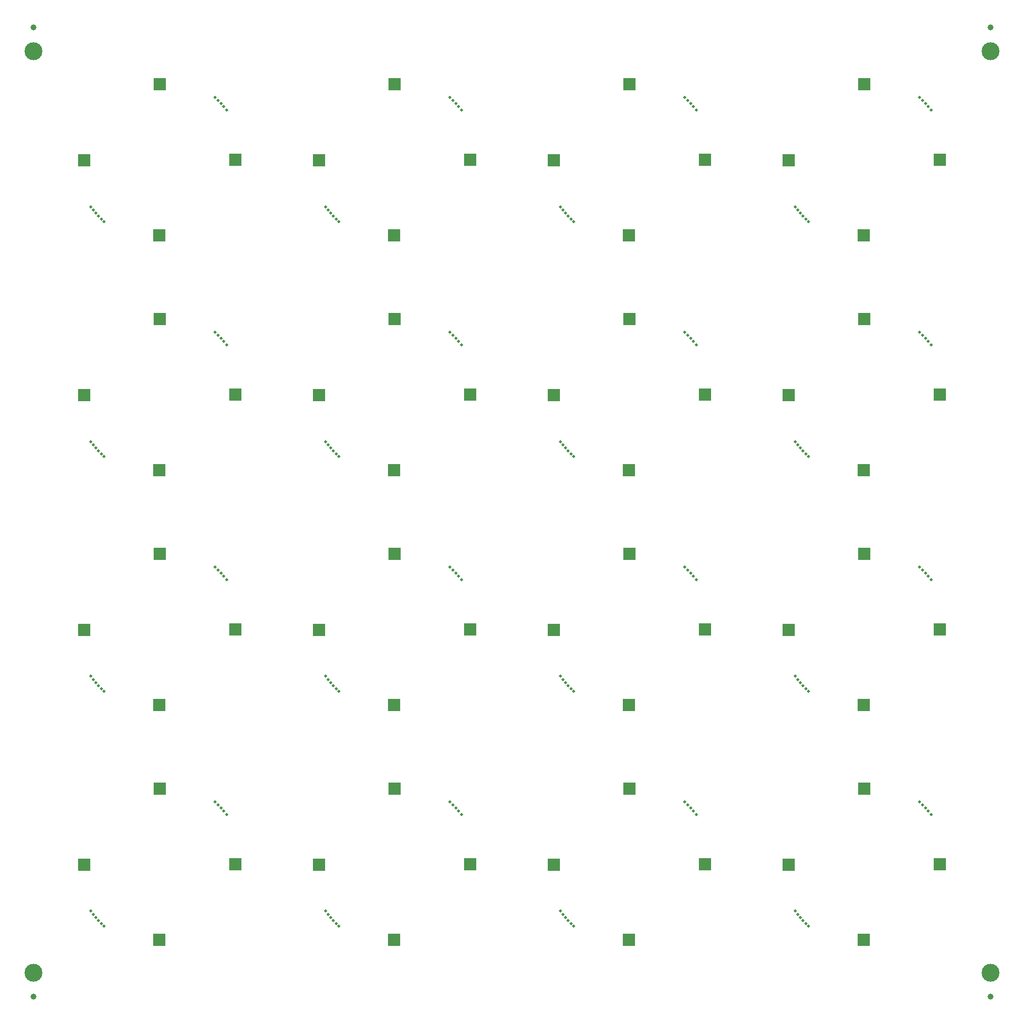
<source format=gbs>
G04 #@! TF.GenerationSoftware,KiCad,Pcbnew,6.0.0-d3dd2cf0fa~116~ubuntu20.04.1*
G04 #@! TF.CreationDate,2023-02-13T12:59:42+00:00*
G04 #@! TF.ProjectId,pixel-pump-motor-board-panel,70697865-6c2d-4707-956d-702d6d6f746f,rev?*
G04 #@! TF.SameCoordinates,Original*
G04 #@! TF.FileFunction,Soldermask,Bot*
G04 #@! TF.FilePolarity,Negative*
%FSLAX46Y46*%
G04 Gerber Fmt 4.6, Leading zero omitted, Abs format (unit mm)*
G04 Created by KiCad (PCBNEW 6.0.0-d3dd2cf0fa~116~ubuntu20.04.1) date 2023-02-13 12:59:42*
%MOMM*%
%LPD*%
G01*
G04 APERTURE LIST*
%ADD10C,0.500000*%
%ADD11C,3.000000*%
%ADD12R,2.000000X2.000000*%
%ADD13C,1.000000*%
G04 APERTURE END LIST*
D10*
G04 #@! TO.C,REF\u002A\u002A*
X74034209Y-132782093D03*
G04 #@! TD*
G04 #@! TO.C,REF\u002A\u002A*
X132936677Y-74190933D03*
G04 #@! TD*
G04 #@! TO.C,REF\u002A\u002A*
X75006646Y-55440672D03*
G04 #@! TD*
G04 #@! TO.C,REF\u002A\u002A*
X132936677Y-152590933D03*
G04 #@! TD*
G04 #@! TO.C,REF\u002A\u002A*
X34834209Y-93582093D03*
G04 #@! TD*
D11*
G04 #@! TO.C,REF\u002A\u002A*
X4000000Y-160797842D03*
G04 #@! TD*
D10*
G04 #@! TO.C,REF\u002A\u002A*
X94226608Y-153051425D03*
G04 #@! TD*
G04 #@! TO.C,REF\u002A\u002A*
X14869584Y-112907292D03*
G04 #@! TD*
G04 #@! TO.C,REF\u002A\u002A*
X52815960Y-72129033D03*
G04 #@! TD*
G04 #@! TO.C,REF\u002A\u002A*
X14426419Y-34001632D03*
G04 #@! TD*
G04 #@! TO.C,REF\u002A\u002A*
X152434209Y-93582093D03*
G04 #@! TD*
G04 #@! TO.C,REF\u002A\u002A*
X54536677Y-152590933D03*
G04 #@! TD*
G04 #@! TO.C,REF\u002A\u002A*
X113734505Y-54898445D03*
G04 #@! TD*
G04 #@! TO.C,REF\u002A\u002A*
X153851958Y-134405189D03*
G04 #@! TD*
G04 #@! TO.C,REF\u002A\u002A*
X34834209Y-15182094D03*
G04 #@! TD*
G04 #@! TO.C,REF\u002A\u002A*
X35334505Y-133298445D03*
G04 #@! TD*
G04 #@! TO.C,REF\u002A\u002A*
X151910314Y-93089635D03*
G04 #@! TD*
G04 #@! TO.C,REF\u002A\u002A*
X131608218Y-33475136D03*
G04 #@! TD*
G04 #@! TO.C,REF\u002A\u002A*
X114651958Y-16805190D03*
G04 #@! TD*
G04 #@! TO.C,REF\u002A\u002A*
X93736677Y-152590933D03*
G04 #@! TD*
G04 #@! TO.C,REF\u002A\u002A*
X132026418Y-73201632D03*
G04 #@! TD*
G04 #@! TO.C,REF\u002A\u002A*
X114651958Y-56005189D03*
G04 #@! TD*
G04 #@! TO.C,REF\u002A\u002A*
X54069583Y-112907292D03*
G04 #@! TD*
G04 #@! TO.C,REF\u002A\u002A*
X55026608Y-74651425D03*
G04 #@! TD*
G04 #@! TO.C,REF\u002A\u002A*
X153406646Y-94640672D03*
G04 #@! TD*
G04 #@! TO.C,REF\u002A\u002A*
X52815960Y-111329033D03*
G04 #@! TD*
G04 #@! TO.C,REF\u002A\u002A*
X152434209Y-132782093D03*
G04 #@! TD*
G04 #@! TO.C,REF\u002A\u002A*
X92826418Y-112401632D03*
G04 #@! TD*
G04 #@! TO.C,REF\u002A\u002A*
X15826609Y-153051425D03*
G04 #@! TD*
G04 #@! TO.C,REF\u002A\u002A*
X152934505Y-94098445D03*
G04 #@! TD*
G04 #@! TO.C,REF\u002A\u002A*
X53626418Y-34001632D03*
G04 #@! TD*
G04 #@! TO.C,REF\u002A\u002A*
X73510314Y-132289635D03*
G04 #@! TD*
G04 #@! TO.C,REF\u002A\u002A*
X113734505Y-94098445D03*
G04 #@! TD*
G04 #@! TO.C,REF\u002A\u002A*
X93736677Y-74190933D03*
G04 #@! TD*
G04 #@! TO.C,REF\u002A\u002A*
X14869584Y-73707292D03*
G04 #@! TD*
G04 #@! TO.C,REF\u002A\u002A*
X53626418Y-151601632D03*
G04 #@! TD*
G04 #@! TO.C,REF\u002A\u002A*
X132936677Y-34990933D03*
G04 #@! TD*
G04 #@! TO.C,REF\u002A\u002A*
X55026608Y-35451425D03*
G04 #@! TD*
G04 #@! TO.C,REF\u002A\u002A*
X73510314Y-14689636D03*
G04 #@! TD*
G04 #@! TO.C,REF\u002A\u002A*
X15336678Y-34990933D03*
G04 #@! TD*
G04 #@! TO.C,REF\u002A\u002A*
X13615961Y-150529033D03*
G04 #@! TD*
G04 #@! TO.C,REF\u002A\u002A*
X133426608Y-113851425D03*
G04 #@! TD*
G04 #@! TO.C,REF\u002A\u002A*
X151910314Y-132289635D03*
G04 #@! TD*
G04 #@! TO.C,REF\u002A\u002A*
X35806646Y-133840672D03*
G04 #@! TD*
G04 #@! TO.C,REF\u002A\u002A*
X114651958Y-134405189D03*
G04 #@! TD*
G04 #@! TO.C,REF\u002A\u002A*
X92015960Y-111329033D03*
G04 #@! TD*
G04 #@! TO.C,REF\u002A\u002A*
X14426419Y-73201632D03*
G04 #@! TD*
G04 #@! TO.C,REF\u002A\u002A*
X152934505Y-15698446D03*
G04 #@! TD*
G04 #@! TO.C,REF\u002A\u002A*
X152934505Y-54898445D03*
G04 #@! TD*
G04 #@! TO.C,REF\u002A\u002A*
X53208218Y-33475136D03*
G04 #@! TD*
G04 #@! TO.C,REF\u002A\u002A*
X151910314Y-14689636D03*
G04 #@! TD*
G04 #@! TO.C,REF\u002A\u002A*
X112710314Y-14689636D03*
G04 #@! TD*
G04 #@! TO.C,REF\u002A\u002A*
X92015960Y-32929033D03*
G04 #@! TD*
G04 #@! TO.C,REF\u002A\u002A*
X52815960Y-32929033D03*
G04 #@! TD*
G04 #@! TO.C,REF\u002A\u002A*
X113734505Y-15698446D03*
G04 #@! TD*
G04 #@! TO.C,REF\u002A\u002A*
X113234209Y-15182094D03*
G04 #@! TD*
G04 #@! TO.C,REF\u002A\u002A*
X133426608Y-153051425D03*
G04 #@! TD*
G04 #@! TO.C,REF\u002A\u002A*
X13615961Y-111329033D03*
G04 #@! TD*
G04 #@! TO.C,REF\u002A\u002A*
X14008219Y-111875136D03*
G04 #@! TD*
G04 #@! TO.C,REF\u002A\u002A*
X73510314Y-93089635D03*
G04 #@! TD*
G04 #@! TO.C,REF\u002A\u002A*
X52815960Y-150529033D03*
G04 #@! TD*
G04 #@! TO.C,REF\u002A\u002A*
X54069583Y-152107292D03*
G04 #@! TD*
G04 #@! TO.C,REF\u002A\u002A*
X54536677Y-113390933D03*
G04 #@! TD*
G04 #@! TO.C,REF\u002A\u002A*
X153851958Y-56005189D03*
G04 #@! TD*
G04 #@! TO.C,REF\u002A\u002A*
X92826418Y-34001632D03*
G04 #@! TD*
G04 #@! TO.C,REF\u002A\u002A*
X131215960Y-32929033D03*
G04 #@! TD*
G04 #@! TO.C,REF\u002A\u002A*
X34310314Y-132289635D03*
G04 #@! TD*
G04 #@! TO.C,REF\u002A\u002A*
X113234209Y-93582093D03*
G04 #@! TD*
G04 #@! TO.C,REF\u002A\u002A*
X53208218Y-111875136D03*
G04 #@! TD*
G04 #@! TO.C,REF\u002A\u002A*
X131608218Y-151075136D03*
G04 #@! TD*
G04 #@! TO.C,REF\u002A\u002A*
X114206646Y-133840672D03*
G04 #@! TD*
G04 #@! TO.C,REF\u002A\u002A*
X92826418Y-73201632D03*
G04 #@! TD*
G04 #@! TO.C,REF\u002A\u002A*
X75451958Y-16805190D03*
G04 #@! TD*
G04 #@! TO.C,REF\u002A\u002A*
X14426419Y-151601632D03*
G04 #@! TD*
G04 #@! TO.C,REF\u002A\u002A*
X153406646Y-133840672D03*
G04 #@! TD*
G04 #@! TO.C,REF\u002A\u002A*
X114206646Y-55440672D03*
G04 #@! TD*
D11*
G04 #@! TO.C,REF\u002A\u002A*
X163795686Y-160797842D03*
G04 #@! TD*
G04 #@! TO.C,REF\u002A\u002A*
X4000000Y-7000000D03*
G04 #@! TD*
D10*
G04 #@! TO.C,REF\u002A\u002A*
X92408218Y-111875136D03*
G04 #@! TD*
G04 #@! TO.C,REF\u002A\u002A*
X152434209Y-15182094D03*
G04 #@! TD*
G04 #@! TO.C,REF\u002A\u002A*
X54536677Y-74190933D03*
G04 #@! TD*
G04 #@! TO.C,REF\u002A\u002A*
X74534505Y-94098445D03*
G04 #@! TD*
G04 #@! TO.C,REF\u002A\u002A*
X54069583Y-73707292D03*
G04 #@! TD*
G04 #@! TO.C,REF\u002A\u002A*
X14426419Y-112401632D03*
G04 #@! TD*
D11*
G04 #@! TO.C,REF\u002A\u002A*
X163795686Y-7000000D03*
G04 #@! TD*
D10*
G04 #@! TO.C,REF\u002A\u002A*
X93269583Y-152107292D03*
G04 #@! TD*
G04 #@! TO.C,REF\u002A\u002A*
X152434209Y-54382093D03*
G04 #@! TD*
G04 #@! TO.C,REF\u002A\u002A*
X74534505Y-133298445D03*
G04 #@! TD*
G04 #@! TO.C,REF\u002A\u002A*
X55026608Y-153051425D03*
G04 #@! TD*
G04 #@! TO.C,REF\u002A\u002A*
X35334505Y-54898445D03*
G04 #@! TD*
G04 #@! TO.C,REF\u002A\u002A*
X15826609Y-74651425D03*
G04 #@! TD*
G04 #@! TO.C,REF\u002A\u002A*
X75451958Y-134405189D03*
G04 #@! TD*
G04 #@! TO.C,REF\u002A\u002A*
X92408218Y-151075136D03*
G04 #@! TD*
G04 #@! TO.C,REF\u002A\u002A*
X131215960Y-150529033D03*
G04 #@! TD*
G04 #@! TO.C,REF\u002A\u002A*
X94226608Y-74651425D03*
G04 #@! TD*
G04 #@! TO.C,REF\u002A\u002A*
X132469583Y-152107292D03*
G04 #@! TD*
G04 #@! TO.C,REF\u002A\u002A*
X35806646Y-55440672D03*
G04 #@! TD*
G04 #@! TO.C,REF\u002A\u002A*
X153406646Y-16240673D03*
G04 #@! TD*
G04 #@! TO.C,REF\u002A\u002A*
X34834209Y-54382093D03*
G04 #@! TD*
G04 #@! TO.C,REF\u002A\u002A*
X94226608Y-113851425D03*
G04 #@! TD*
G04 #@! TO.C,REF\u002A\u002A*
X14869584Y-34507292D03*
G04 #@! TD*
G04 #@! TO.C,REF\u002A\u002A*
X34310314Y-14689636D03*
G04 #@! TD*
G04 #@! TO.C,REF\u002A\u002A*
X34310314Y-53889635D03*
G04 #@! TD*
G04 #@! TO.C,REF\u002A\u002A*
X113734505Y-133298445D03*
G04 #@! TD*
G04 #@! TO.C,REF\u002A\u002A*
X152934505Y-133298445D03*
G04 #@! TD*
G04 #@! TO.C,REF\u002A\u002A*
X74534505Y-54898445D03*
G04 #@! TD*
G04 #@! TO.C,REF\u002A\u002A*
X92408218Y-72675136D03*
G04 #@! TD*
G04 #@! TO.C,REF\u002A\u002A*
X74034209Y-54382093D03*
G04 #@! TD*
G04 #@! TO.C,REF\u002A\u002A*
X35334505Y-94098445D03*
G04 #@! TD*
G04 #@! TO.C,REF\u002A\u002A*
X112710314Y-53889635D03*
G04 #@! TD*
G04 #@! TO.C,REF\u002A\u002A*
X114206646Y-94640672D03*
G04 #@! TD*
G04 #@! TO.C,REF\u002A\u002A*
X54069583Y-34507292D03*
G04 #@! TD*
G04 #@! TO.C,REF\u002A\u002A*
X131608218Y-111875136D03*
G04 #@! TD*
G04 #@! TO.C,REF\u002A\u002A*
X36251958Y-95205189D03*
G04 #@! TD*
G04 #@! TO.C,REF\u002A\u002A*
X93269583Y-73707292D03*
G04 #@! TD*
G04 #@! TO.C,REF\u002A\u002A*
X132936677Y-113390933D03*
G04 #@! TD*
G04 #@! TO.C,REF\u002A\u002A*
X113234209Y-54382093D03*
G04 #@! TD*
G04 #@! TO.C,REF\u002A\u002A*
X114206646Y-16240673D03*
G04 #@! TD*
G04 #@! TO.C,REF\u002A\u002A*
X14008219Y-151075136D03*
G04 #@! TD*
G04 #@! TO.C,REF\u002A\u002A*
X92015960Y-72129033D03*
G04 #@! TD*
G04 #@! TO.C,REF\u002A\u002A*
X75006646Y-133840672D03*
G04 #@! TD*
G04 #@! TO.C,REF\u002A\u002A*
X132469583Y-34507292D03*
G04 #@! TD*
G04 #@! TO.C,REF\u002A\u002A*
X133426608Y-74651425D03*
G04 #@! TD*
G04 #@! TO.C,REF\u002A\u002A*
X133426608Y-35451425D03*
G04 #@! TD*
G04 #@! TO.C,REF\u002A\u002A*
X114651958Y-95205189D03*
G04 #@! TD*
G04 #@! TO.C,REF\u002A\u002A*
X74034209Y-15182094D03*
G04 #@! TD*
G04 #@! TO.C,REF\u002A\u002A*
X13615961Y-32929033D03*
G04 #@! TD*
G04 #@! TO.C,REF\u002A\u002A*
X132026418Y-112401632D03*
G04 #@! TD*
G04 #@! TO.C,REF\u002A\u002A*
X34310314Y-93089635D03*
G04 #@! TD*
G04 #@! TO.C,REF\u002A\u002A*
X14869584Y-152107292D03*
G04 #@! TD*
G04 #@! TO.C,REF\u002A\u002A*
X35334505Y-15698446D03*
G04 #@! TD*
G04 #@! TO.C,REF\u002A\u002A*
X53208218Y-72675136D03*
G04 #@! TD*
G04 #@! TO.C,REF\u002A\u002A*
X93736677Y-34990933D03*
G04 #@! TD*
G04 #@! TO.C,REF\u002A\u002A*
X75006646Y-94640672D03*
G04 #@! TD*
G04 #@! TO.C,REF\u002A\u002A*
X75451958Y-95205189D03*
G04 #@! TD*
G04 #@! TO.C,REF\u002A\u002A*
X132469583Y-73707292D03*
G04 #@! TD*
G04 #@! TO.C,REF\u002A\u002A*
X36251958Y-16805190D03*
G04 #@! TD*
G04 #@! TO.C,REF\u002A\u002A*
X14008219Y-72675136D03*
G04 #@! TD*
G04 #@! TO.C,REF\u002A\u002A*
X112710314Y-93089635D03*
G04 #@! TD*
G04 #@! TO.C,REF\u002A\u002A*
X34834209Y-132782093D03*
G04 #@! TD*
G04 #@! TO.C,REF\u002A\u002A*
X93269583Y-112907292D03*
G04 #@! TD*
G04 #@! TO.C,REF\u002A\u002A*
X74034209Y-93582093D03*
G04 #@! TD*
G04 #@! TO.C,REF\u002A\u002A*
X75451958Y-56005189D03*
G04 #@! TD*
G04 #@! TO.C,REF\u002A\u002A*
X132026418Y-34001632D03*
G04 #@! TD*
G04 #@! TO.C,REF\u002A\u002A*
X153851958Y-95205189D03*
G04 #@! TD*
G04 #@! TO.C,REF\u002A\u002A*
X15336678Y-74190933D03*
G04 #@! TD*
G04 #@! TO.C,REF\u002A\u002A*
X153406646Y-55440672D03*
G04 #@! TD*
G04 #@! TO.C,REF\u002A\u002A*
X15826609Y-35451425D03*
G04 #@! TD*
G04 #@! TO.C,REF\u002A\u002A*
X93736677Y-113390933D03*
G04 #@! TD*
G04 #@! TO.C,REF\u002A\u002A*
X73510314Y-53889635D03*
G04 #@! TD*
G04 #@! TO.C,REF\u002A\u002A*
X153851958Y-16805190D03*
G04 #@! TD*
G04 #@! TO.C,REF\u002A\u002A*
X53626418Y-73201632D03*
G04 #@! TD*
G04 #@! TO.C,REF\u002A\u002A*
X92826418Y-151601632D03*
G04 #@! TD*
G04 #@! TO.C,REF\u002A\u002A*
X131215960Y-111329033D03*
G04 #@! TD*
G04 #@! TO.C,REF\u002A\u002A*
X131215960Y-72129033D03*
G04 #@! TD*
G04 #@! TO.C,REF\u002A\u002A*
X113234209Y-132782093D03*
G04 #@! TD*
G04 #@! TO.C,REF\u002A\u002A*
X92015960Y-150529033D03*
G04 #@! TD*
G04 #@! TO.C,REF\u002A\u002A*
X74534505Y-15698446D03*
G04 #@! TD*
G04 #@! TO.C,REF\u002A\u002A*
X15336678Y-113390933D03*
G04 #@! TD*
G04 #@! TO.C,REF\u002A\u002A*
X13615961Y-72129033D03*
G04 #@! TD*
G04 #@! TO.C,REF\u002A\u002A*
X92408218Y-33475136D03*
G04 #@! TD*
G04 #@! TO.C,REF\u002A\u002A*
X53208218Y-151075136D03*
G04 #@! TD*
G04 #@! TO.C,REF\u002A\u002A*
X36251958Y-56005189D03*
G04 #@! TD*
G04 #@! TO.C,REF\u002A\u002A*
X93269583Y-34507292D03*
G04 #@! TD*
G04 #@! TO.C,REF\u002A\u002A*
X35806646Y-94640672D03*
G04 #@! TD*
G04 #@! TO.C,REF\u002A\u002A*
X151910314Y-53889635D03*
G04 #@! TD*
G04 #@! TO.C,REF\u002A\u002A*
X112710314Y-132289635D03*
G04 #@! TD*
G04 #@! TO.C,REF\u002A\u002A*
X14008219Y-33475136D03*
G04 #@! TD*
G04 #@! TO.C,REF\u002A\u002A*
X15826609Y-113851425D03*
G04 #@! TD*
G04 #@! TO.C,REF\u002A\u002A*
X132469583Y-112907292D03*
G04 #@! TD*
G04 #@! TO.C,REF\u002A\u002A*
X35806646Y-16240673D03*
G04 #@! TD*
G04 #@! TO.C,REF\u002A\u002A*
X75006646Y-16240673D03*
G04 #@! TD*
G04 #@! TO.C,REF\u002A\u002A*
X131608218Y-72675136D03*
G04 #@! TD*
G04 #@! TO.C,REF\u002A\u002A*
X15336678Y-152590933D03*
G04 #@! TD*
G04 #@! TO.C,REF\u002A\u002A*
X54536677Y-34990933D03*
G04 #@! TD*
G04 #@! TO.C,REF\u002A\u002A*
X53626418Y-112401632D03*
G04 #@! TD*
G04 #@! TO.C,REF\u002A\u002A*
X36251958Y-134405189D03*
G04 #@! TD*
G04 #@! TO.C,REF\u002A\u002A*
X132026418Y-151601632D03*
G04 #@! TD*
G04 #@! TO.C,REF\u002A\u002A*
X94226608Y-35451425D03*
G04 #@! TD*
G04 #@! TO.C,REF\u002A\u002A*
X55026608Y-113851425D03*
G04 #@! TD*
D12*
G04 #@! TO.C,J11*
X51700433Y-103580830D03*
G04 #@! TD*
G04 #@! TO.C,J7*
X142724233Y-90880830D03*
G04 #@! TD*
G04 #@! TO.C,J7*
X25124233Y-130080830D03*
G04 #@! TD*
G04 #@! TO.C,J8*
X24997233Y-37677630D03*
G04 #@! TD*
G04 #@! TO.C,J11*
X90900433Y-142780830D03*
G04 #@! TD*
G04 #@! TO.C,J5*
X76897233Y-25130030D03*
G04 #@! TD*
G04 #@! TO.C,J8*
X24997233Y-116077630D03*
G04 #@! TD*
G04 #@! TO.C,J11*
X51700433Y-142780830D03*
G04 #@! TD*
G04 #@! TO.C,J5*
X155297233Y-64330030D03*
G04 #@! TD*
G04 #@! TO.C,J8*
X103397233Y-116077630D03*
G04 #@! TD*
G04 #@! TO.C,J7*
X64324233Y-12480830D03*
G04 #@! TD*
G04 #@! TO.C,J11*
X130100433Y-103580830D03*
G04 #@! TD*
G04 #@! TO.C,J8*
X24997233Y-76877630D03*
G04 #@! TD*
G04 #@! TO.C,J7*
X64324233Y-90880830D03*
G04 #@! TD*
G04 #@! TO.C,J11*
X12500433Y-142780830D03*
G04 #@! TD*
G04 #@! TO.C,J11*
X51700433Y-64380830D03*
G04 #@! TD*
G04 #@! TO.C,J8*
X142597233Y-116077630D03*
G04 #@! TD*
G04 #@! TO.C,J11*
X51700433Y-25180830D03*
G04 #@! TD*
D13*
G04 #@! TO.C,REF\u002A\u002A*
X4000000Y-3000000D03*
G04 #@! TD*
D12*
G04 #@! TO.C,J11*
X12500433Y-64380830D03*
G04 #@! TD*
G04 #@! TO.C,J7*
X103524233Y-130080830D03*
G04 #@! TD*
G04 #@! TO.C,J7*
X64324233Y-51680830D03*
G04 #@! TD*
G04 #@! TO.C,J8*
X64197233Y-155277630D03*
G04 #@! TD*
D13*
G04 #@! TO.C,REF\u002A\u002A*
X163795686Y-164797842D03*
G04 #@! TD*
D12*
G04 #@! TO.C,J5*
X37697233Y-64330030D03*
G04 #@! TD*
G04 #@! TO.C,J7*
X103524233Y-51680830D03*
G04 #@! TD*
G04 #@! TO.C,J7*
X142724233Y-130080830D03*
G04 #@! TD*
G04 #@! TO.C,J7*
X103524233Y-12480830D03*
G04 #@! TD*
G04 #@! TO.C,J5*
X76897233Y-103530030D03*
G04 #@! TD*
G04 #@! TO.C,J8*
X142597233Y-76877630D03*
G04 #@! TD*
G04 #@! TO.C,J5*
X155297233Y-103530030D03*
G04 #@! TD*
G04 #@! TO.C,J5*
X116097233Y-103530030D03*
G04 #@! TD*
G04 #@! TO.C,J8*
X64197233Y-76877630D03*
G04 #@! TD*
G04 #@! TO.C,J7*
X142724233Y-12480830D03*
G04 #@! TD*
G04 #@! TO.C,J5*
X37697233Y-142730030D03*
G04 #@! TD*
G04 #@! TO.C,J11*
X12500433Y-25180830D03*
G04 #@! TD*
G04 #@! TO.C,J5*
X76897233Y-142730030D03*
G04 #@! TD*
G04 #@! TO.C,J8*
X142597233Y-37677630D03*
G04 #@! TD*
D13*
G04 #@! TO.C,REF\u002A\u002A*
X4000000Y-164797842D03*
G04 #@! TD*
D12*
G04 #@! TO.C,J5*
X155297233Y-25130030D03*
G04 #@! TD*
G04 #@! TO.C,J8*
X64197233Y-116077630D03*
G04 #@! TD*
G04 #@! TO.C,J5*
X37697233Y-25130030D03*
G04 #@! TD*
G04 #@! TO.C,J5*
X116097233Y-25130030D03*
G04 #@! TD*
G04 #@! TO.C,J8*
X103397233Y-76877630D03*
G04 #@! TD*
G04 #@! TO.C,J8*
X103397233Y-37677630D03*
G04 #@! TD*
G04 #@! TO.C,J7*
X25124233Y-51680830D03*
G04 #@! TD*
G04 #@! TO.C,J8*
X142597233Y-155277630D03*
G04 #@! TD*
G04 #@! TO.C,J5*
X37697233Y-103530030D03*
G04 #@! TD*
G04 #@! TO.C,J7*
X25124233Y-90880830D03*
G04 #@! TD*
G04 #@! TO.C,J11*
X12500433Y-103580830D03*
G04 #@! TD*
G04 #@! TO.C,J11*
X90900433Y-64380830D03*
G04 #@! TD*
G04 #@! TO.C,J8*
X24997233Y-155277630D03*
G04 #@! TD*
G04 #@! TO.C,J5*
X155297233Y-142730030D03*
G04 #@! TD*
G04 #@! TO.C,J5*
X116097233Y-142730030D03*
G04 #@! TD*
G04 #@! TO.C,J7*
X64324233Y-130080830D03*
G04 #@! TD*
G04 #@! TO.C,J8*
X64197233Y-37677630D03*
G04 #@! TD*
G04 #@! TO.C,J7*
X103524233Y-90880830D03*
G04 #@! TD*
G04 #@! TO.C,J7*
X142724233Y-51680830D03*
G04 #@! TD*
G04 #@! TO.C,J7*
X25124233Y-12480830D03*
G04 #@! TD*
G04 #@! TO.C,J11*
X130100433Y-142780830D03*
G04 #@! TD*
G04 #@! TO.C,J5*
X116097233Y-64330030D03*
G04 #@! TD*
G04 #@! TO.C,J8*
X103397233Y-155277630D03*
G04 #@! TD*
G04 #@! TO.C,J11*
X90900433Y-103580830D03*
G04 #@! TD*
G04 #@! TO.C,J11*
X130100433Y-25180830D03*
G04 #@! TD*
G04 #@! TO.C,J11*
X130100433Y-64380830D03*
G04 #@! TD*
D13*
G04 #@! TO.C,REF\u002A\u002A*
X163795686Y-3000000D03*
G04 #@! TD*
D12*
G04 #@! TO.C,J11*
X90900433Y-25180830D03*
G04 #@! TD*
G04 #@! TO.C,J5*
X76897233Y-64330030D03*
G04 #@! TD*
M02*

</source>
